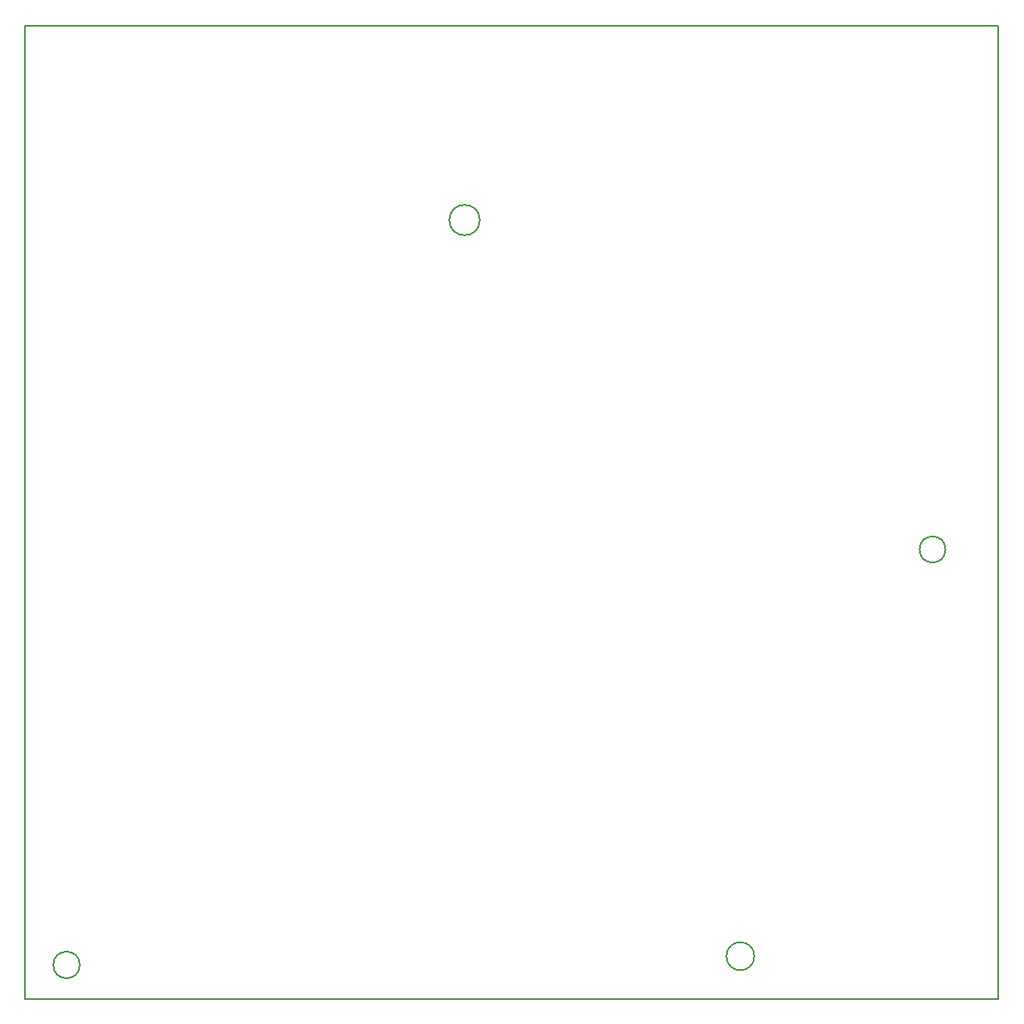
<source format=gbr>
G04 #@! TF.GenerationSoftware,KiCad,Pcbnew,(5.0.2)-1*
G04 #@! TF.CreationDate,2019-04-16T07:35:46+02:00*
G04 #@! TF.ProjectId,devboard_io,64657662-6f61-4726-945f-696f2e6b6963,rev?*
G04 #@! TF.SameCoordinates,Original*
G04 #@! TF.FileFunction,Profile,NP*
%FSLAX46Y46*%
G04 Gerber Fmt 4.6, Leading zero omitted, Abs format (unit mm)*
G04 Created by KiCad (PCBNEW (5.0.2)-1) date 16/04/2019 07:35:46*
%MOMM*%
%LPD*%
G01*
G04 APERTURE LIST*
%ADD10C,0.200000*%
G04 APERTURE END LIST*
D10*
X414554233Y-50292000D02*
G75*
G03X414554233Y-50292000I-1550233J0D01*
G01*
X373841029Y-126111000D02*
G75*
G03X373841029Y-126111000I-1350029J0D01*
G01*
X442490903Y-125222000D02*
G75*
G03X442490903Y-125222000I-1419903J0D01*
G01*
X461954919Y-83820000D02*
G75*
G03X461954919Y-83820000I-1325919J0D01*
G01*
X368300000Y-129540000D02*
X467360000Y-129540000D01*
X368300000Y-30480000D02*
X368300000Y-129540000D01*
X368300000Y-30480000D02*
X467360000Y-30480000D01*
X467360000Y-129540000D02*
X467360000Y-30480000D01*
M02*

</source>
